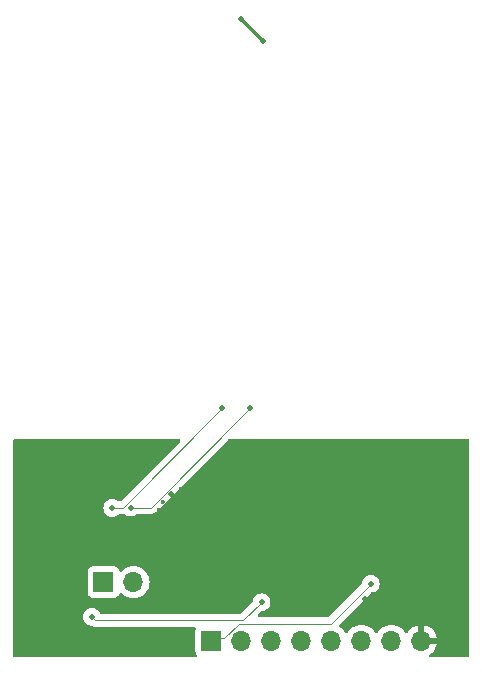
<source format=gbl>
G04 #@! TF.GenerationSoftware,KiCad,Pcbnew,7.0.9*
G04 #@! TF.CreationDate,2024-04-20T19:04:57+02:00*
G04 #@! TF.ProjectId,NFC_Programmer,4e46435f-5072-46f6-9772-616d6d65722e,3.0*
G04 #@! TF.SameCoordinates,Original*
G04 #@! TF.FileFunction,Copper,L2,Bot*
G04 #@! TF.FilePolarity,Positive*
%FSLAX46Y46*%
G04 Gerber Fmt 4.6, Leading zero omitted, Abs format (unit mm)*
G04 Created by KiCad (PCBNEW 7.0.9) date 2024-04-20 19:04:57*
%MOMM*%
%LPD*%
G01*
G04 APERTURE LIST*
G04 #@! TA.AperFunction,ComponentPad*
%ADD10R,1.700000X1.700000*%
G04 #@! TD*
G04 #@! TA.AperFunction,ComponentPad*
%ADD11O,1.700000X1.700000*%
G04 #@! TD*
G04 #@! TA.AperFunction,ViaPad*
%ADD12C,0.360000*%
G04 #@! TD*
G04 #@! TA.AperFunction,ViaPad*
%ADD13C,0.500000*%
G04 #@! TD*
G04 #@! TA.AperFunction,Conductor*
%ADD14C,0.100000*%
G04 #@! TD*
G04 #@! TA.AperFunction,Conductor*
%ADD15C,0.250000*%
G04 #@! TD*
G04 APERTURE END LIST*
D10*
X128530000Y-103060000D03*
D11*
X131070000Y-103060000D03*
D10*
X137670000Y-108020000D03*
D11*
X140210000Y-108020000D03*
X142750000Y-108020000D03*
X145290000Y-108020000D03*
X147830000Y-108020000D03*
X150370000Y-108020000D03*
X152910000Y-108020000D03*
X155450000Y-108020000D03*
D12*
X159130000Y-95860000D03*
X128970000Y-104540000D03*
X157940000Y-91280000D03*
X131870000Y-105550000D03*
X124300000Y-91250000D03*
X125190000Y-98820000D03*
X127340000Y-91240000D03*
X157250000Y-91280000D03*
X129940000Y-105570000D03*
X135120000Y-99770000D03*
X121160000Y-98970000D03*
X123520000Y-109180000D03*
D13*
X134251582Y-95601582D03*
D12*
X126460000Y-94700000D03*
X132210000Y-104360000D03*
X144350000Y-91290000D03*
X159080000Y-104020000D03*
X155130000Y-94450000D03*
X129220000Y-91250000D03*
X125190000Y-98210000D03*
X134590000Y-100240000D03*
X148440000Y-92230000D03*
X132690000Y-103740000D03*
X126650000Y-109180000D03*
X150480000Y-99510000D03*
X154370000Y-97580000D03*
X123600000Y-91240000D03*
X133980000Y-97190000D03*
X159130000Y-96470000D03*
X121160000Y-92260000D03*
X152660000Y-97670000D03*
X134525750Y-102440000D03*
X154960000Y-93780000D03*
X121170000Y-91560000D03*
X141860000Y-91280000D03*
X121120000Y-108950000D03*
X148700000Y-91290000D03*
X158550000Y-91280000D03*
X125740000Y-97180000D03*
X131820000Y-109190000D03*
X121130000Y-106460000D03*
X132560000Y-101260000D03*
X137450000Y-95930000D03*
X159120000Y-92860000D03*
X127700000Y-104640000D03*
X143780000Y-91290000D03*
X124910000Y-108130000D03*
X148000000Y-91280000D03*
X121160000Y-92870000D03*
X151917606Y-102411550D03*
X152920000Y-91280000D03*
X147701096Y-92221952D03*
X149280000Y-92220000D03*
X159090000Y-99740000D03*
X139410000Y-91290000D03*
X157490000Y-107460000D03*
X159090000Y-101530000D03*
X157520000Y-108350000D03*
X132820000Y-105550000D03*
X133790000Y-101240000D03*
X151890000Y-97650000D03*
X159130000Y-95290000D03*
X157450000Y-106700000D03*
X130870000Y-105570000D03*
X134525750Y-103210000D03*
X128320000Y-104550000D03*
X127520000Y-92500000D03*
X131130000Y-109210000D03*
X159120000Y-98960000D03*
X126610000Y-96460000D03*
X127830000Y-109180000D03*
X158390000Y-109150000D03*
X121130000Y-104670000D03*
X152310000Y-91280000D03*
X126670000Y-92870000D03*
X126440000Y-93840000D03*
X140680000Y-91280000D03*
X125400000Y-109190000D03*
X156070000Y-91280000D03*
X136910000Y-99940000D03*
X150460000Y-100300000D03*
X140020000Y-91290000D03*
X153450000Y-97640000D03*
X134950000Y-98240000D03*
X151364342Y-91970000D03*
X135077887Y-95174346D03*
X155410000Y-91290000D03*
X159080000Y-107150000D03*
X130430000Y-109200000D03*
X129820000Y-109200000D03*
X159090000Y-105270000D03*
X136980000Y-95110000D03*
X128330000Y-92550000D03*
X150470000Y-98680000D03*
X121160000Y-94050000D03*
X121810000Y-91240000D03*
D13*
X142620000Y-93280000D03*
D12*
X131010000Y-91250000D03*
X127260000Y-109180000D03*
X149880000Y-91290000D03*
X125480000Y-91250000D03*
X127050000Y-102380000D03*
X127910000Y-91240000D03*
X151460000Y-104220000D03*
X124910000Y-107590000D03*
X150530000Y-100960000D03*
X134950000Y-96480000D03*
X136540000Y-95870000D03*
X153540000Y-92730000D03*
X131960000Y-101650000D03*
X121130000Y-105850000D03*
X155130000Y-95290000D03*
X122910000Y-109180000D03*
X130560000Y-104640000D03*
X125760000Y-106200000D03*
X159080000Y-107760000D03*
X124910000Y-106980000D03*
X127050000Y-104100000D03*
X124910000Y-106410000D03*
X133540000Y-91240000D03*
X159090000Y-104660000D03*
X152060000Y-103740000D03*
X128800000Y-105570000D03*
X121120000Y-107160000D03*
X131300000Y-104690000D03*
X121120000Y-108340000D03*
X135620000Y-95890000D03*
X132850000Y-91240000D03*
X128640000Y-109200000D03*
X159130000Y-94680000D03*
X127050000Y-102950000D03*
X121130000Y-100360000D03*
X152220000Y-103020000D03*
X121120000Y-102240000D03*
X121160000Y-93440000D03*
X151740000Y-91280000D03*
X125190000Y-99360000D03*
X121130000Y-101540000D03*
X122340000Y-109180000D03*
X159120000Y-93430000D03*
X159090000Y-100920000D03*
X126670000Y-97160000D03*
X128970000Y-92080000D03*
D13*
X150700000Y-104480000D03*
D12*
X159080000Y-108330000D03*
X132850000Y-102940000D03*
X122420000Y-91240000D03*
X159120000Y-97780000D03*
X126540000Y-105870000D03*
X132630000Y-102160000D03*
X152340000Y-105890000D03*
X121160000Y-98360000D03*
X133530000Y-96280000D03*
X159090000Y-106450000D03*
X121130000Y-105280000D03*
X121120000Y-104030000D03*
X146820000Y-91280000D03*
X153440000Y-105970000D03*
X129780000Y-104480000D03*
X159130000Y-91550000D03*
X132280000Y-91240000D03*
X136340000Y-101680000D03*
X130400000Y-91250000D03*
X128520000Y-91240000D03*
X151590000Y-105310000D03*
X125670000Y-100350000D03*
X159080000Y-108940000D03*
X159120000Y-97170000D03*
X133210000Y-96990000D03*
X142470000Y-91280000D03*
X154800000Y-91290000D03*
X147200000Y-91900000D03*
X122990000Y-91240000D03*
X125190000Y-99930000D03*
X145600000Y-91280000D03*
X151070000Y-98110000D03*
X149310000Y-91290000D03*
X121130000Y-99750000D03*
X124910000Y-91250000D03*
X152170000Y-91820000D03*
X157820000Y-109150000D03*
X154230000Y-91290000D03*
X151130000Y-91280000D03*
X134150000Y-91240000D03*
X159090000Y-105840000D03*
X129830000Y-91250000D03*
X146210000Y-91280000D03*
X154490000Y-105940000D03*
X137000000Y-101280000D03*
X137000000Y-100650000D03*
X134960000Y-99050000D03*
X159090000Y-100350000D03*
X131670000Y-91240000D03*
X127100000Y-101690000D03*
X136100000Y-95140000D03*
X127050000Y-103560000D03*
X126090000Y-91250000D03*
X159120000Y-98350000D03*
X147390000Y-91280000D03*
X121170000Y-95300000D03*
X126130000Y-100790000D03*
X134890000Y-97330000D03*
X121730000Y-109180000D03*
X136100000Y-99920000D03*
X121160000Y-97180000D03*
X126610000Y-101210000D03*
X121120000Y-107770000D03*
X121170000Y-95870000D03*
X149880000Y-91890000D03*
X144960000Y-91290000D03*
X121120000Y-102850000D03*
X151124464Y-102010199D03*
X159080000Y-102230000D03*
X121120000Y-103420000D03*
X143170000Y-91290000D03*
X124910000Y-108700000D03*
X124830000Y-109190000D03*
X159120000Y-94040000D03*
X134250000Y-100770000D03*
X121130000Y-100930000D03*
X153420000Y-92190000D03*
X155210000Y-96260000D03*
D13*
X137990000Y-95230000D03*
D12*
X121170000Y-96480000D03*
X150570000Y-101750000D03*
X156680000Y-91280000D03*
X125190000Y-97640000D03*
X135450000Y-101790000D03*
X126700000Y-105300000D03*
X159080000Y-102840000D03*
X154390000Y-93370000D03*
X153620000Y-91290000D03*
X159120000Y-92250000D03*
X129250000Y-109200000D03*
D13*
X125870000Y-95560000D03*
D12*
X121160000Y-97790000D03*
X121170000Y-94690000D03*
D13*
X141500000Y-97570000D03*
D12*
X127050000Y-104670000D03*
X155050000Y-97220000D03*
X128250000Y-105320000D03*
X159080000Y-103410000D03*
X126010000Y-109190000D03*
X141290000Y-91280000D03*
X153610000Y-93260000D03*
X133840000Y-105540000D03*
X133130000Y-101260000D03*
X152870000Y-91870000D03*
X150690000Y-91810000D03*
X156850000Y-106000000D03*
X150490000Y-91290000D03*
X124220000Y-109190000D03*
X155610000Y-105960000D03*
X126730000Y-91240000D03*
D13*
X151160000Y-103180000D03*
X127550000Y-105990000D03*
X141910000Y-104760000D03*
X138600000Y-88350000D03*
X142020000Y-57200000D03*
X140200000Y-55400000D03*
X130850000Y-96740000D03*
X129280000Y-96770000D03*
X140920000Y-88330000D03*
D14*
X151160000Y-103180000D02*
X147770000Y-106570000D01*
X147770000Y-106570000D02*
X140000000Y-106570000D01*
X140000000Y-106570000D02*
X138760000Y-107810000D01*
X138760000Y-107810000D02*
X137670000Y-107810000D01*
X141910000Y-104760000D02*
X140380000Y-106290000D01*
X127850000Y-106290000D02*
X127550000Y-105990000D01*
X140380000Y-106290000D02*
X127850000Y-106290000D01*
X130180000Y-96770000D02*
X138600000Y-88350000D01*
X140920000Y-88330000D02*
X132510000Y-96740000D01*
X129280000Y-96770000D02*
X130180000Y-96770000D01*
X132510000Y-96740000D02*
X130850000Y-96740000D01*
D15*
X142000000Y-57200000D02*
X142020000Y-57200000D01*
X142000000Y-57200000D02*
X140200000Y-55400000D01*
G04 #@! TA.AperFunction,Conductor*
G36*
X134979153Y-90979685D02*
G01*
X135024908Y-91032489D01*
X135034852Y-91101647D01*
X135005827Y-91165203D01*
X134999795Y-91171681D01*
X129988294Y-96183181D01*
X129926971Y-96216666D01*
X129900613Y-96219500D01*
X129842229Y-96219500D01*
X129775190Y-96199815D01*
X129754548Y-96183181D01*
X129750890Y-96179523D01*
X129750884Y-96179518D01*
X129607697Y-96089547D01*
X129607694Y-96089545D01*
X129448056Y-96033685D01*
X129280003Y-96014751D01*
X129279997Y-96014751D01*
X129111943Y-96033685D01*
X128952305Y-96089545D01*
X128952302Y-96089547D01*
X128809115Y-96179518D01*
X128809109Y-96179523D01*
X128689523Y-96299109D01*
X128689518Y-96299115D01*
X128599547Y-96442302D01*
X128599545Y-96442305D01*
X128543685Y-96601943D01*
X128524751Y-96769997D01*
X128524751Y-96770002D01*
X128543685Y-96938056D01*
X128599545Y-97097694D01*
X128599547Y-97097697D01*
X128689518Y-97240884D01*
X128689523Y-97240890D01*
X128809109Y-97360476D01*
X128809115Y-97360481D01*
X128952302Y-97450452D01*
X128952305Y-97450454D01*
X128952309Y-97450455D01*
X128952310Y-97450456D01*
X129024913Y-97475860D01*
X129111943Y-97506314D01*
X129279997Y-97525249D01*
X129280000Y-97525249D01*
X129280003Y-97525249D01*
X129448056Y-97506314D01*
X129479678Y-97495249D01*
X129607690Y-97450456D01*
X129607692Y-97450454D01*
X129607694Y-97450454D01*
X129607697Y-97450452D01*
X129750884Y-97360481D01*
X129750885Y-97360480D01*
X129750890Y-97360477D01*
X129754548Y-97356819D01*
X129815871Y-97323334D01*
X129842229Y-97320500D01*
X130170603Y-97320500D01*
X130236826Y-97322762D01*
X130279836Y-97312279D01*
X130286049Y-97311098D01*
X130292448Y-97310219D01*
X130361539Y-97320602D01*
X130375284Y-97328073D01*
X130379110Y-97330477D01*
X130522310Y-97420456D01*
X130608046Y-97450456D01*
X130681943Y-97476314D01*
X130849997Y-97495249D01*
X130850000Y-97495249D01*
X130850003Y-97495249D01*
X131018056Y-97476314D01*
X131091954Y-97450456D01*
X131177690Y-97420456D01*
X131177692Y-97420454D01*
X131177694Y-97420454D01*
X131177697Y-97420452D01*
X131320884Y-97330481D01*
X131320885Y-97330480D01*
X131320890Y-97330477D01*
X131324548Y-97326819D01*
X131385871Y-97293334D01*
X131412229Y-97290500D01*
X132500603Y-97290500D01*
X132566826Y-97292762D01*
X132609832Y-97282280D01*
X132616051Y-97281098D01*
X132659920Y-97275070D01*
X132676383Y-97267918D01*
X132696416Y-97261181D01*
X132713852Y-97256933D01*
X132752465Y-97235221D01*
X132758090Y-97232427D01*
X132798720Y-97214780D01*
X132812632Y-97203460D01*
X132830123Y-97191557D01*
X132845755Y-97182768D01*
X132845753Y-97182768D01*
X132845759Y-97182766D01*
X132877059Y-97151464D01*
X132881771Y-97147211D01*
X132916108Y-97119278D01*
X132926456Y-97104616D01*
X132940074Y-97088449D01*
X139032205Y-90996319D01*
X139093528Y-90962834D01*
X139119886Y-90960000D01*
X159390500Y-90960000D01*
X159457539Y-90979685D01*
X159503294Y-91032489D01*
X159514500Y-91084000D01*
X159514500Y-109310500D01*
X159494815Y-109377539D01*
X159442011Y-109423294D01*
X159390500Y-109434500D01*
X156170295Y-109434500D01*
X156103256Y-109414815D01*
X156057501Y-109362011D01*
X156047557Y-109292853D01*
X156076582Y-109229297D01*
X156117889Y-109198119D01*
X156127573Y-109193602D01*
X156127577Y-109193600D01*
X156321082Y-109058105D01*
X156488105Y-108891082D01*
X156623600Y-108697578D01*
X156723429Y-108483492D01*
X156723432Y-108483486D01*
X156780636Y-108270000D01*
X155883686Y-108270000D01*
X155909493Y-108229844D01*
X155950000Y-108091889D01*
X155950000Y-107948111D01*
X155909493Y-107810156D01*
X155883686Y-107770000D01*
X156780636Y-107770000D01*
X156780635Y-107769999D01*
X156723432Y-107556513D01*
X156723429Y-107556507D01*
X156623600Y-107342422D01*
X156623599Y-107342420D01*
X156488113Y-107148926D01*
X156488108Y-107148920D01*
X156321082Y-106981894D01*
X156127578Y-106846399D01*
X155913492Y-106746570D01*
X155913486Y-106746567D01*
X155700000Y-106689364D01*
X155700000Y-107584498D01*
X155592315Y-107535320D01*
X155485763Y-107520000D01*
X155414237Y-107520000D01*
X155307685Y-107535320D01*
X155200000Y-107584498D01*
X155200000Y-106689364D01*
X155199999Y-106689364D01*
X154986513Y-106746567D01*
X154986507Y-106746570D01*
X154772422Y-106846399D01*
X154772420Y-106846400D01*
X154578926Y-106981886D01*
X154578920Y-106981891D01*
X154411891Y-107148920D01*
X154411890Y-107148922D01*
X154281880Y-107334595D01*
X154227303Y-107378219D01*
X154157804Y-107385412D01*
X154095450Y-107353890D01*
X154078730Y-107334594D01*
X153948494Y-107148597D01*
X153781402Y-106981506D01*
X153781395Y-106981501D01*
X153587834Y-106845967D01*
X153587830Y-106845965D01*
X153553323Y-106829874D01*
X153373663Y-106746097D01*
X153373659Y-106746096D01*
X153373655Y-106746094D01*
X153145413Y-106684938D01*
X153145403Y-106684936D01*
X152910001Y-106664341D01*
X152909999Y-106664341D01*
X152674596Y-106684936D01*
X152674586Y-106684938D01*
X152446344Y-106746094D01*
X152446335Y-106746098D01*
X152232171Y-106845964D01*
X152232169Y-106845965D01*
X152038597Y-106981505D01*
X151871505Y-107148597D01*
X151741575Y-107334158D01*
X151686998Y-107377783D01*
X151617500Y-107384977D01*
X151555145Y-107353454D01*
X151538425Y-107334158D01*
X151408494Y-107148597D01*
X151241402Y-106981506D01*
X151241395Y-106981501D01*
X151047834Y-106845967D01*
X151047830Y-106845965D01*
X151013323Y-106829874D01*
X150833663Y-106746097D01*
X150833659Y-106746096D01*
X150833655Y-106746094D01*
X150605413Y-106684938D01*
X150605403Y-106684936D01*
X150370001Y-106664341D01*
X150369999Y-106664341D01*
X150134596Y-106684936D01*
X150134586Y-106684938D01*
X149906344Y-106746094D01*
X149906335Y-106746098D01*
X149692171Y-106845964D01*
X149692169Y-106845965D01*
X149498597Y-106981505D01*
X149331505Y-107148597D01*
X149201575Y-107334158D01*
X149146998Y-107377783D01*
X149077500Y-107384977D01*
X149015145Y-107353454D01*
X148998425Y-107334158D01*
X148868494Y-107148597D01*
X148701402Y-106981506D01*
X148701395Y-106981501D01*
X148507831Y-106845965D01*
X148503140Y-106843257D01*
X148503690Y-106842303D01*
X148455434Y-106799809D01*
X148436285Y-106732614D01*
X148456504Y-106665734D01*
X148472595Y-106645928D01*
X151155551Y-103962972D01*
X151216872Y-103929489D01*
X151229347Y-103927435D01*
X151328054Y-103916314D01*
X151328057Y-103916313D01*
X151328059Y-103916313D01*
X151487690Y-103860456D01*
X151487692Y-103860454D01*
X151487694Y-103860454D01*
X151487697Y-103860452D01*
X151630884Y-103770481D01*
X151630885Y-103770480D01*
X151630890Y-103770477D01*
X151750477Y-103650890D01*
X151830419Y-103523664D01*
X151840452Y-103507697D01*
X151840454Y-103507694D01*
X151840454Y-103507692D01*
X151840456Y-103507690D01*
X151896313Y-103348059D01*
X151896313Y-103348058D01*
X151896314Y-103348056D01*
X151915249Y-103180002D01*
X151915249Y-103179997D01*
X151896314Y-103011943D01*
X151840454Y-102852305D01*
X151840452Y-102852302D01*
X151750481Y-102709115D01*
X151750476Y-102709109D01*
X151630890Y-102589523D01*
X151630884Y-102589518D01*
X151487697Y-102499547D01*
X151487694Y-102499545D01*
X151328056Y-102443685D01*
X151160003Y-102424751D01*
X151159997Y-102424751D01*
X150991943Y-102443685D01*
X150832305Y-102499545D01*
X150832302Y-102499547D01*
X150689115Y-102589518D01*
X150689109Y-102589523D01*
X150569523Y-102709109D01*
X150569518Y-102709115D01*
X150479547Y-102852302D01*
X150479544Y-102852307D01*
X150423685Y-103011946D01*
X150412564Y-103110651D01*
X150385497Y-103175065D01*
X150377025Y-103184448D01*
X147578294Y-105983181D01*
X147516971Y-106016666D01*
X147490613Y-106019500D01*
X141728387Y-106019500D01*
X141661348Y-105999815D01*
X141615593Y-105947011D01*
X141605649Y-105877853D01*
X141634674Y-105814297D01*
X141640697Y-105807827D01*
X141905552Y-105542971D01*
X141966871Y-105509489D01*
X141979347Y-105507435D01*
X142078054Y-105496314D01*
X142078057Y-105496313D01*
X142078059Y-105496313D01*
X142237690Y-105440456D01*
X142237692Y-105440454D01*
X142237694Y-105440454D01*
X142237697Y-105440452D01*
X142380884Y-105350481D01*
X142380885Y-105350480D01*
X142380890Y-105350477D01*
X142500477Y-105230890D01*
X142590452Y-105087697D01*
X142590454Y-105087694D01*
X142590454Y-105087692D01*
X142590456Y-105087690D01*
X142646313Y-104928059D01*
X142646313Y-104928058D01*
X142646314Y-104928056D01*
X142665249Y-104760002D01*
X142665249Y-104759997D01*
X142646314Y-104591943D01*
X142590454Y-104432305D01*
X142590452Y-104432302D01*
X142500481Y-104289115D01*
X142500476Y-104289109D01*
X142380890Y-104169523D01*
X142380884Y-104169518D01*
X142237697Y-104079547D01*
X142237694Y-104079545D01*
X142078056Y-104023685D01*
X141910003Y-104004751D01*
X141909997Y-104004751D01*
X141741943Y-104023685D01*
X141582305Y-104079545D01*
X141582302Y-104079547D01*
X141439115Y-104169518D01*
X141439109Y-104169523D01*
X141319523Y-104289109D01*
X141319518Y-104289115D01*
X141229547Y-104432302D01*
X141229544Y-104432307D01*
X141173685Y-104591946D01*
X141162564Y-104690651D01*
X141135497Y-104755065D01*
X141127025Y-104764448D01*
X140188294Y-105703181D01*
X140126971Y-105736666D01*
X140100613Y-105739500D01*
X128345449Y-105739500D01*
X128278410Y-105719815D01*
X128233859Y-105668401D01*
X128233479Y-105668585D01*
X128232803Y-105667182D01*
X128232655Y-105667011D01*
X128232320Y-105666179D01*
X128230456Y-105662308D01*
X128140481Y-105519115D01*
X128140476Y-105519109D01*
X128020890Y-105399523D01*
X128020884Y-105399518D01*
X127877697Y-105309547D01*
X127877694Y-105309545D01*
X127718056Y-105253685D01*
X127550003Y-105234751D01*
X127549997Y-105234751D01*
X127381943Y-105253685D01*
X127222305Y-105309545D01*
X127222302Y-105309547D01*
X127079115Y-105399518D01*
X127079109Y-105399523D01*
X126959523Y-105519109D01*
X126959518Y-105519115D01*
X126869547Y-105662302D01*
X126869545Y-105662305D01*
X126813685Y-105821943D01*
X126794751Y-105989997D01*
X126794751Y-105990002D01*
X126813685Y-106158056D01*
X126869545Y-106317694D01*
X126869547Y-106317697D01*
X126959518Y-106460884D01*
X126959523Y-106460890D01*
X127079109Y-106580476D01*
X127079115Y-106580481D01*
X127222302Y-106670452D01*
X127222308Y-106670455D01*
X127222310Y-106670456D01*
X127381941Y-106726313D01*
X127503517Y-106740011D01*
X127564560Y-106764428D01*
X127577658Y-106774361D01*
X127594353Y-106780944D01*
X127613290Y-106790351D01*
X127628618Y-106799672D01*
X127671247Y-106811616D01*
X127677263Y-106813639D01*
X127718436Y-106829876D01*
X127736287Y-106831711D01*
X127757052Y-106835657D01*
X127774335Y-106840500D01*
X127818594Y-106840500D01*
X127824935Y-106840824D01*
X127868972Y-106845352D01*
X127886656Y-106842303D01*
X127907724Y-106840500D01*
X136230122Y-106840500D01*
X136297161Y-106860185D01*
X136342916Y-106912989D01*
X136352860Y-106982147D01*
X136346304Y-107007832D01*
X136325909Y-107062514D01*
X136325908Y-107062516D01*
X136319501Y-107122116D01*
X136319500Y-107122135D01*
X136319500Y-108917870D01*
X136319501Y-108917876D01*
X136325908Y-108977483D01*
X136376202Y-109112328D01*
X136376206Y-109112335D01*
X136467768Y-109234645D01*
X136465224Y-109236549D01*
X136491212Y-109284142D01*
X136486228Y-109353834D01*
X136444356Y-109409767D01*
X136378892Y-109434184D01*
X136370046Y-109434500D01*
X120989500Y-109434500D01*
X120922461Y-109414815D01*
X120876706Y-109362011D01*
X120865500Y-109310500D01*
X120865500Y-103957870D01*
X127179500Y-103957870D01*
X127179501Y-103957876D01*
X127185908Y-104017483D01*
X127236202Y-104152328D01*
X127236206Y-104152335D01*
X127322452Y-104267544D01*
X127322455Y-104267547D01*
X127437664Y-104353793D01*
X127437671Y-104353797D01*
X127572517Y-104404091D01*
X127572516Y-104404091D01*
X127579444Y-104404835D01*
X127632127Y-104410500D01*
X129427872Y-104410499D01*
X129487483Y-104404091D01*
X129622331Y-104353796D01*
X129737546Y-104267546D01*
X129823796Y-104152331D01*
X129872810Y-104020916D01*
X129914681Y-103964984D01*
X129980145Y-103940566D01*
X130048418Y-103955417D01*
X130076673Y-103976569D01*
X130198599Y-104098495D01*
X130295384Y-104166265D01*
X130392165Y-104234032D01*
X130392167Y-104234033D01*
X130392170Y-104234035D01*
X130606337Y-104333903D01*
X130834592Y-104395063D01*
X131011034Y-104410500D01*
X131069999Y-104415659D01*
X131070000Y-104415659D01*
X131070001Y-104415659D01*
X131128966Y-104410500D01*
X131305408Y-104395063D01*
X131533663Y-104333903D01*
X131747830Y-104234035D01*
X131941401Y-104098495D01*
X132108495Y-103931401D01*
X132244035Y-103737830D01*
X132343903Y-103523663D01*
X132405063Y-103295408D01*
X132425659Y-103060000D01*
X132405063Y-102824592D01*
X132343903Y-102596337D01*
X132244035Y-102382171D01*
X132108495Y-102188599D01*
X132108494Y-102188597D01*
X131941402Y-102021506D01*
X131941395Y-102021501D01*
X131747834Y-101885967D01*
X131747830Y-101885965D01*
X131747828Y-101885964D01*
X131533663Y-101786097D01*
X131533659Y-101786096D01*
X131533655Y-101786094D01*
X131305413Y-101724938D01*
X131305403Y-101724936D01*
X131070001Y-101704341D01*
X131069999Y-101704341D01*
X130834596Y-101724936D01*
X130834586Y-101724938D01*
X130606344Y-101786094D01*
X130606335Y-101786098D01*
X130392171Y-101885964D01*
X130392169Y-101885965D01*
X130198600Y-102021503D01*
X130076673Y-102143430D01*
X130015350Y-102176914D01*
X129945658Y-102171930D01*
X129889725Y-102130058D01*
X129872810Y-102099081D01*
X129823797Y-101967671D01*
X129823793Y-101967664D01*
X129737547Y-101852455D01*
X129737544Y-101852452D01*
X129622335Y-101766206D01*
X129622328Y-101766202D01*
X129487482Y-101715908D01*
X129487483Y-101715908D01*
X129427883Y-101709501D01*
X129427881Y-101709500D01*
X129427873Y-101709500D01*
X129427864Y-101709500D01*
X127632129Y-101709500D01*
X127632123Y-101709501D01*
X127572516Y-101715908D01*
X127437671Y-101766202D01*
X127437664Y-101766206D01*
X127322455Y-101852452D01*
X127322452Y-101852455D01*
X127236206Y-101967664D01*
X127236202Y-101967671D01*
X127185908Y-102102517D01*
X127179501Y-102162116D01*
X127179500Y-102162135D01*
X127179500Y-103957870D01*
X120865500Y-103957870D01*
X120865500Y-91084000D01*
X120885185Y-91016961D01*
X120937989Y-90971206D01*
X120989500Y-90960000D01*
X134912114Y-90960000D01*
X134979153Y-90979685D01*
G37*
G04 #@! TD.AperFunction*
M02*

</source>
